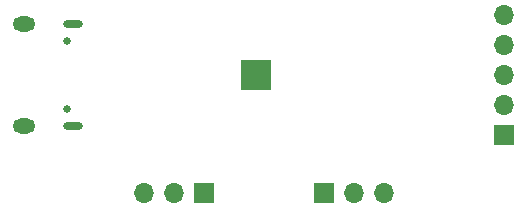
<source format=gbs>
%TF.GenerationSoftware,KiCad,Pcbnew,8.0.4*%
%TF.CreationDate,2025-01-07T17:55:23+00:00*%
%TF.ProjectId,ap3372s_usbpd,61703333-3732-4735-9f75-736270642e6b,rev?*%
%TF.SameCoordinates,Original*%
%TF.FileFunction,Soldermask,Bot*%
%TF.FilePolarity,Negative*%
%FSLAX46Y46*%
G04 Gerber Fmt 4.6, Leading zero omitted, Abs format (unit mm)*
G04 Created by KiCad (PCBNEW 8.0.4) date 2025-01-07 17:55:23*
%MOMM*%
%LPD*%
G01*
G04 APERTURE LIST*
%ADD10R,1.700000X1.700000*%
%ADD11O,1.700000X1.700000*%
%ADD12R,2.600000X2.600000*%
%ADD13O,1.700000X0.600000*%
%ADD14C,0.650000*%
%ADD15O,1.900000X1.300000*%
G04 APERTURE END LIST*
D10*
%TO.C,J11*%
X93500000Y-67080000D03*
D11*
X93500000Y-64540000D03*
X93500000Y-62000000D03*
X93500000Y-59460000D03*
X93500000Y-56920000D03*
%TD*%
D10*
%TO.C,J10*%
X78280000Y-72000000D03*
D11*
X80820000Y-72000000D03*
X83360000Y-72000000D03*
%TD*%
D10*
%TO.C,J9*%
X68120000Y-72000000D03*
D11*
X65580000Y-72000000D03*
X63040000Y-72000000D03*
%TD*%
D12*
%TO.C,U2*%
X72500000Y-62000000D03*
%TD*%
D13*
%TO.C,J8*%
X57016500Y-57680000D03*
D14*
X56486500Y-59110000D03*
X56486500Y-64890000D03*
D13*
X57016500Y-66320000D03*
D15*
X52836500Y-57680000D03*
X52836500Y-66320000D03*
%TD*%
M02*

</source>
